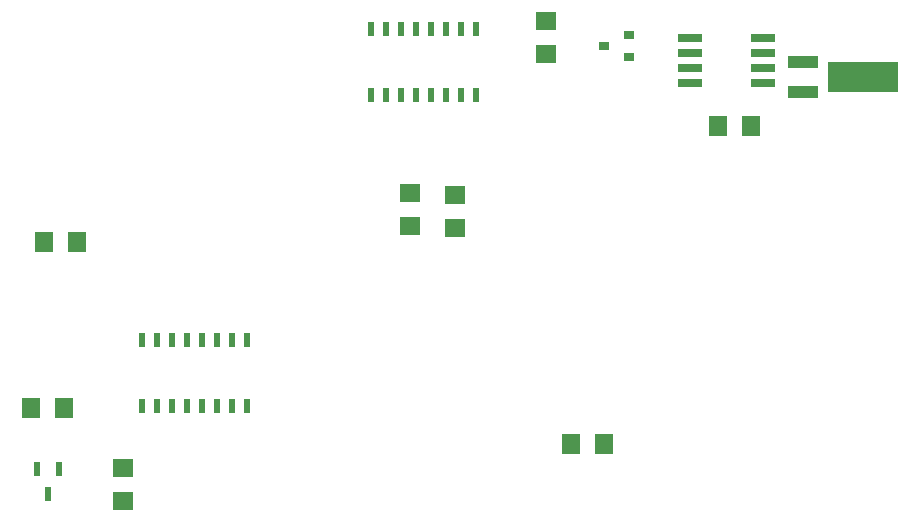
<source format=gtp>
G75*
%MOIN*%
%OFA0B0*%
%FSLAX25Y25*%
%IPPOS*%
%LPD*%
%AMOC8*
5,1,8,0,0,1.08239X$1,22.5*
%
%ADD10R,0.06299X0.07087*%
%ADD11R,0.07087X0.06299*%
%ADD12R,0.08000X0.02600*%
%ADD13R,0.02362X0.04724*%
%ADD14R,0.03543X0.03150*%
%ADD15R,0.02200X0.05000*%
%ADD16R,0.09843X0.03937*%
%ADD17R,0.23622X0.09843*%
D10*
X0104977Y0079260D03*
X0116000Y0079260D03*
X0120197Y0134496D03*
X0109174Y0134496D03*
X0284851Y0067063D03*
X0295874Y0067063D03*
X0333977Y0173126D03*
X0345000Y0173126D03*
D11*
X0276654Y0196937D03*
X0276654Y0207961D03*
X0246292Y0150205D03*
X0231032Y0150843D03*
X0231032Y0139819D03*
X0246292Y0139181D03*
X0135520Y0059094D03*
X0135520Y0048071D03*
D12*
X0324688Y0187370D03*
X0324688Y0192370D03*
X0324688Y0197370D03*
X0324688Y0202370D03*
X0348888Y0202370D03*
X0348888Y0197370D03*
X0348888Y0192370D03*
X0348888Y0187370D03*
D13*
X0253256Y0183323D03*
X0248256Y0183323D03*
X0243256Y0183323D03*
X0238256Y0183323D03*
X0233256Y0183323D03*
X0228256Y0183323D03*
X0223256Y0183323D03*
X0218256Y0183323D03*
X0218256Y0205370D03*
X0223256Y0205370D03*
X0228256Y0205370D03*
X0233256Y0205370D03*
X0238256Y0205370D03*
X0243256Y0205370D03*
X0248256Y0205370D03*
X0253256Y0205370D03*
X0176760Y0101787D03*
X0171760Y0101787D03*
X0166760Y0101787D03*
X0161760Y0101787D03*
X0156760Y0101787D03*
X0151760Y0101787D03*
X0146760Y0101787D03*
X0141760Y0101787D03*
X0141760Y0079740D03*
X0146760Y0079740D03*
X0151760Y0079740D03*
X0156760Y0079740D03*
X0161760Y0079740D03*
X0166760Y0079740D03*
X0171760Y0079740D03*
X0176760Y0079740D03*
D14*
X0304276Y0196094D03*
X0296008Y0199835D03*
X0304276Y0203575D03*
D15*
X0106891Y0058754D03*
X0114291Y0058754D03*
X0110591Y0050554D03*
D16*
X0362087Y0184409D03*
X0362087Y0194409D03*
D17*
X0382087Y0189409D03*
M02*

</source>
